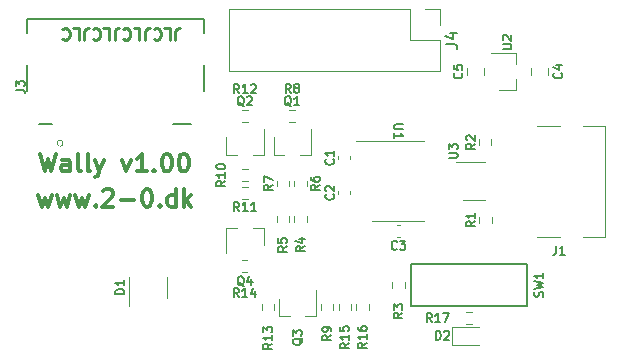
<source format=gbr>
%TF.GenerationSoftware,KiCad,Pcbnew,5.1.9-73d0e3b20d~88~ubuntu20.04.1*%
%TF.CreationDate,2021-04-10T19:31:35+02:00*%
%TF.ProjectId,wally,77616c6c-792e-46b6-9963-61645f706362,v1.00*%
%TF.SameCoordinates,Original*%
%TF.FileFunction,Legend,Top*%
%TF.FilePolarity,Positive*%
%FSLAX46Y46*%
G04 Gerber Fmt 4.6, Leading zero omitted, Abs format (unit mm)*
G04 Created by KiCad (PCBNEW 5.1.9-73d0e3b20d~88~ubuntu20.04.1) date 2021-04-10 19:31:35*
%MOMM*%
%LPD*%
G01*
G04 APERTURE LIST*
%ADD10C,0.250000*%
%ADD11C,0.300000*%
%ADD12C,0.120000*%
%ADD13C,0.127000*%
%ADD14C,0.100000*%
%ADD15C,0.150000*%
G04 APERTURE END LIST*
D10*
X139119047Y-88047619D02*
X139119047Y-87333333D01*
X139166666Y-87190476D01*
X139261904Y-87095238D01*
X139404761Y-87047619D01*
X139500000Y-87047619D01*
X138166666Y-87047619D02*
X138642857Y-87047619D01*
X138642857Y-88047619D01*
X137261904Y-87142857D02*
X137309523Y-87095238D01*
X137452380Y-87047619D01*
X137547619Y-87047619D01*
X137690476Y-87095238D01*
X137785714Y-87190476D01*
X137833333Y-87285714D01*
X137880952Y-87476190D01*
X137880952Y-87619047D01*
X137833333Y-87809523D01*
X137785714Y-87904761D01*
X137690476Y-88000000D01*
X137547619Y-88047619D01*
X137452380Y-88047619D01*
X137309523Y-88000000D01*
X137261904Y-87952380D01*
X136547619Y-88047619D02*
X136547619Y-87333333D01*
X136595238Y-87190476D01*
X136690476Y-87095238D01*
X136833333Y-87047619D01*
X136928571Y-87047619D01*
X135595238Y-87047619D02*
X136071428Y-87047619D01*
X136071428Y-88047619D01*
X134690476Y-87142857D02*
X134738095Y-87095238D01*
X134880952Y-87047619D01*
X134976190Y-87047619D01*
X135119047Y-87095238D01*
X135214285Y-87190476D01*
X135261904Y-87285714D01*
X135309523Y-87476190D01*
X135309523Y-87619047D01*
X135261904Y-87809523D01*
X135214285Y-87904761D01*
X135119047Y-88000000D01*
X134976190Y-88047619D01*
X134880952Y-88047619D01*
X134738095Y-88000000D01*
X134690476Y-87952380D01*
X133976190Y-88047619D02*
X133976190Y-87333333D01*
X134023809Y-87190476D01*
X134119047Y-87095238D01*
X134261904Y-87047619D01*
X134357142Y-87047619D01*
X133023809Y-87047619D02*
X133500000Y-87047619D01*
X133500000Y-88047619D01*
X132119047Y-87142857D02*
X132166666Y-87095238D01*
X132309523Y-87047619D01*
X132404761Y-87047619D01*
X132547619Y-87095238D01*
X132642857Y-87190476D01*
X132690476Y-87285714D01*
X132738095Y-87476190D01*
X132738095Y-87619047D01*
X132690476Y-87809523D01*
X132642857Y-87904761D01*
X132547619Y-88000000D01*
X132404761Y-88047619D01*
X132309523Y-88047619D01*
X132166666Y-88000000D01*
X132119047Y-87952380D01*
X131404761Y-88047619D02*
X131404761Y-87333333D01*
X131452380Y-87190476D01*
X131547619Y-87095238D01*
X131690476Y-87047619D01*
X131785714Y-87047619D01*
X130452380Y-87047619D02*
X130928571Y-87047619D01*
X130928571Y-88047619D01*
X129547619Y-87142857D02*
X129595238Y-87095238D01*
X129738095Y-87047619D01*
X129833333Y-87047619D01*
X129976190Y-87095238D01*
X130071428Y-87190476D01*
X130119047Y-87285714D01*
X130166666Y-87476190D01*
X130166666Y-87619047D01*
X130119047Y-87809523D01*
X130071428Y-87904761D01*
X129976190Y-88000000D01*
X129833333Y-88047619D01*
X129738095Y-88047619D01*
X129595238Y-88000000D01*
X129547619Y-87952380D01*
D11*
X127500000Y-101178571D02*
X127785714Y-102178571D01*
X128071428Y-101464285D01*
X128357142Y-102178571D01*
X128642857Y-101178571D01*
X129071428Y-101178571D02*
X129357142Y-102178571D01*
X129642857Y-101464285D01*
X129928571Y-102178571D01*
X130214285Y-101178571D01*
X130642857Y-101178571D02*
X130928571Y-102178571D01*
X131214285Y-101464285D01*
X131500000Y-102178571D01*
X131785714Y-101178571D01*
X132357142Y-102035714D02*
X132428571Y-102107142D01*
X132357142Y-102178571D01*
X132285714Y-102107142D01*
X132357142Y-102035714D01*
X132357142Y-102178571D01*
X133000000Y-100821428D02*
X133071428Y-100750000D01*
X133214285Y-100678571D01*
X133571428Y-100678571D01*
X133714285Y-100750000D01*
X133785714Y-100821428D01*
X133857142Y-100964285D01*
X133857142Y-101107142D01*
X133785714Y-101321428D01*
X132928571Y-102178571D01*
X133857142Y-102178571D01*
X134500000Y-101607142D02*
X135642857Y-101607142D01*
X136642857Y-100678571D02*
X136785714Y-100678571D01*
X136928571Y-100750000D01*
X137000000Y-100821428D01*
X137071428Y-100964285D01*
X137142857Y-101250000D01*
X137142857Y-101607142D01*
X137071428Y-101892857D01*
X137000000Y-102035714D01*
X136928571Y-102107142D01*
X136785714Y-102178571D01*
X136642857Y-102178571D01*
X136500000Y-102107142D01*
X136428571Y-102035714D01*
X136357142Y-101892857D01*
X136285714Y-101607142D01*
X136285714Y-101250000D01*
X136357142Y-100964285D01*
X136428571Y-100821428D01*
X136500000Y-100750000D01*
X136642857Y-100678571D01*
X137785714Y-102035714D02*
X137857142Y-102107142D01*
X137785714Y-102178571D01*
X137714285Y-102107142D01*
X137785714Y-102035714D01*
X137785714Y-102178571D01*
X139142857Y-102178571D02*
X139142857Y-100678571D01*
X139142857Y-102107142D02*
X139000000Y-102178571D01*
X138714285Y-102178571D01*
X138571428Y-102107142D01*
X138500000Y-102035714D01*
X138428571Y-101892857D01*
X138428571Y-101464285D01*
X138500000Y-101321428D01*
X138571428Y-101250000D01*
X138714285Y-101178571D01*
X139000000Y-101178571D01*
X139142857Y-101250000D01*
X139857142Y-102178571D02*
X139857142Y-100678571D01*
X140000000Y-101607142D02*
X140428571Y-102178571D01*
X140428571Y-101178571D02*
X139857142Y-101750000D01*
X127678571Y-97678571D02*
X128035714Y-99178571D01*
X128321428Y-98107142D01*
X128607142Y-99178571D01*
X128964285Y-97678571D01*
X130178571Y-99178571D02*
X130178571Y-98392857D01*
X130107142Y-98250000D01*
X129964285Y-98178571D01*
X129678571Y-98178571D01*
X129535714Y-98250000D01*
X130178571Y-99107142D02*
X130035714Y-99178571D01*
X129678571Y-99178571D01*
X129535714Y-99107142D01*
X129464285Y-98964285D01*
X129464285Y-98821428D01*
X129535714Y-98678571D01*
X129678571Y-98607142D01*
X130035714Y-98607142D01*
X130178571Y-98535714D01*
X131107142Y-99178571D02*
X130964285Y-99107142D01*
X130892857Y-98964285D01*
X130892857Y-97678571D01*
X131892857Y-99178571D02*
X131750000Y-99107142D01*
X131678571Y-98964285D01*
X131678571Y-97678571D01*
X132321428Y-98178571D02*
X132678571Y-99178571D01*
X133035714Y-98178571D02*
X132678571Y-99178571D01*
X132535714Y-99535714D01*
X132464285Y-99607142D01*
X132321428Y-99678571D01*
X134607142Y-98178571D02*
X134964285Y-99178571D01*
X135321428Y-98178571D01*
X136678571Y-99178571D02*
X135821428Y-99178571D01*
X136250000Y-99178571D02*
X136250000Y-97678571D01*
X136107142Y-97892857D01*
X135964285Y-98035714D01*
X135821428Y-98107142D01*
X137321428Y-99035714D02*
X137392857Y-99107142D01*
X137321428Y-99178571D01*
X137250000Y-99107142D01*
X137321428Y-99035714D01*
X137321428Y-99178571D01*
X138321428Y-97678571D02*
X138464285Y-97678571D01*
X138607142Y-97750000D01*
X138678571Y-97821428D01*
X138750000Y-97964285D01*
X138821428Y-98250000D01*
X138821428Y-98607142D01*
X138750000Y-98892857D01*
X138678571Y-99035714D01*
X138607142Y-99107142D01*
X138464285Y-99178571D01*
X138321428Y-99178571D01*
X138178571Y-99107142D01*
X138107142Y-99035714D01*
X138035714Y-98892857D01*
X137964285Y-98607142D01*
X137964285Y-98250000D01*
X138035714Y-97964285D01*
X138107142Y-97821428D01*
X138178571Y-97750000D01*
X138321428Y-97678571D01*
X139750000Y-97678571D02*
X139892857Y-97678571D01*
X140035714Y-97750000D01*
X140107142Y-97821428D01*
X140178571Y-97964285D01*
X140250000Y-98250000D01*
X140250000Y-98607142D01*
X140178571Y-98892857D01*
X140107142Y-99035714D01*
X140035714Y-99107142D01*
X139892857Y-99178571D01*
X139750000Y-99178571D01*
X139607142Y-99107142D01*
X139535714Y-99035714D01*
X139464285Y-98892857D01*
X139392857Y-98607142D01*
X139392857Y-98250000D01*
X139464285Y-97964285D01*
X139535714Y-97821428D01*
X139607142Y-97750000D01*
X139750000Y-97678571D01*
D12*
%TO.C,U3*%
X165300000Y-98390000D02*
X162850000Y-98390000D01*
X163500000Y-101610000D02*
X165300000Y-101610000D01*
%TO.C,J1*%
X175500000Y-104700000D02*
X175500000Y-95300000D01*
X169700000Y-95300000D02*
X171700000Y-95300000D01*
X173600000Y-95300000D02*
X175500000Y-95300000D01*
X169700000Y-104700000D02*
X171700000Y-104700000D01*
X173600000Y-104700000D02*
X175500000Y-104700000D01*
D13*
%TO.C,J3*%
X140425000Y-95150000D02*
X138925000Y-95150000D01*
X128625000Y-95150000D02*
X127525000Y-95150000D01*
X126575000Y-92380000D02*
X126575000Y-90190000D01*
X126575000Y-87480000D02*
X126575000Y-86250000D01*
X126575000Y-86250000D02*
X141575000Y-86250000D01*
X141575000Y-86250000D02*
X141575000Y-87480000D01*
X141575000Y-90190000D02*
X141575000Y-92380000D01*
D14*
X129599000Y-96790000D02*
G75*
G03*
X129599000Y-96790000I-254000J0D01*
G01*
D12*
%TO.C,C2*%
X153900000Y-101120580D02*
X153900000Y-100839420D01*
X152880000Y-101120580D02*
X152880000Y-100839420D01*
%TO.C,C1*%
X153900000Y-97839420D02*
X153900000Y-98120580D01*
X152880000Y-97839420D02*
X152880000Y-98120580D01*
%TO.C,R3*%
X158522500Y-108562742D02*
X158522500Y-109037258D01*
X157477500Y-108562742D02*
X157477500Y-109037258D01*
%TO.C,R8*%
X148762742Y-95022500D02*
X149237258Y-95022500D01*
X148762742Y-93977500D02*
X149237258Y-93977500D01*
%TO.C,R14*%
X144727742Y-107722500D02*
X145202258Y-107722500D01*
X144727742Y-106677500D02*
X145202258Y-106677500D01*
%TO.C,Q4*%
X146580000Y-103940000D02*
X146580000Y-105400000D01*
X143420000Y-103940000D02*
X143420000Y-106100000D01*
X143420000Y-103940000D02*
X144350000Y-103940000D01*
X146580000Y-103940000D02*
X145650000Y-103940000D01*
%TO.C,Q3*%
X147880000Y-111410000D02*
X148810000Y-111410000D01*
X151040000Y-111410000D02*
X150110000Y-111410000D01*
X151040000Y-111410000D02*
X151040000Y-109250000D01*
X147880000Y-111410000D02*
X147880000Y-109950000D01*
%TO.C,C3*%
X157859420Y-103740000D02*
X158140580Y-103740000D01*
X157859420Y-104760000D02*
X158140580Y-104760000D01*
%TO.C,C4*%
X170665000Y-90458748D02*
X170665000Y-90981252D01*
X169195000Y-90458748D02*
X169195000Y-90981252D01*
%TO.C,C5*%
X165265000Y-90981252D02*
X165265000Y-90458748D01*
X163795000Y-90981252D02*
X163795000Y-90458748D01*
%TO.C,Q1*%
X147420000Y-97760000D02*
X148350000Y-97760000D01*
X150580000Y-97760000D02*
X149650000Y-97760000D01*
X150580000Y-97760000D02*
X150580000Y-95600000D01*
X147420000Y-97760000D02*
X147420000Y-96300000D01*
%TO.C,Q2*%
X143420000Y-97760000D02*
X143420000Y-96300000D01*
X146580000Y-97760000D02*
X146580000Y-95600000D01*
X146580000Y-97760000D02*
X145650000Y-97760000D01*
X143420000Y-97760000D02*
X144350000Y-97760000D01*
%TO.C,R1*%
X165882500Y-103527258D02*
X165882500Y-103052742D01*
X164837500Y-103527258D02*
X164837500Y-103052742D01*
%TO.C,R2*%
X165872500Y-96462742D02*
X165872500Y-96937258D01*
X164827500Y-96462742D02*
X164827500Y-96937258D01*
%TO.C,R4*%
X150222500Y-102962742D02*
X150222500Y-103437258D01*
X149177500Y-102962742D02*
X149177500Y-103437258D01*
%TO.C,R5*%
X148722500Y-102962742D02*
X148722500Y-103437258D01*
X147677500Y-102962742D02*
X147677500Y-103437258D01*
%TO.C,R6*%
X149177500Y-99962742D02*
X149177500Y-100437258D01*
X150222500Y-99962742D02*
X150222500Y-100437258D01*
%TO.C,R7*%
X147677500Y-99962742D02*
X147677500Y-100437258D01*
X148722500Y-99962742D02*
X148722500Y-100437258D01*
%TO.C,R9*%
X151437500Y-110887258D02*
X151437500Y-110412742D01*
X152482500Y-110887258D02*
X152482500Y-110412742D01*
%TO.C,R10*%
X144762742Y-98977500D02*
X145237258Y-98977500D01*
X144762742Y-100022500D02*
X145237258Y-100022500D01*
%TO.C,R11*%
X145237258Y-101522500D02*
X144762742Y-101522500D01*
X145237258Y-100477500D02*
X144762742Y-100477500D01*
%TO.C,R12*%
X144762742Y-95022500D02*
X145237258Y-95022500D01*
X144762742Y-93977500D02*
X145237258Y-93977500D01*
%TO.C,R13*%
X146437500Y-110412742D02*
X146437500Y-110887258D01*
X147482500Y-110412742D02*
X147482500Y-110887258D01*
%TO.C,R15*%
X152937500Y-110412742D02*
X152937500Y-110887258D01*
X153982500Y-110412742D02*
X153982500Y-110887258D01*
%TO.C,R16*%
X154437500Y-110887258D02*
X154437500Y-110412742D01*
X155482500Y-110887258D02*
X155482500Y-110412742D01*
%TO.C,U1*%
X158000000Y-103385000D02*
X160200000Y-103385000D01*
X158000000Y-103385000D02*
X155800000Y-103385000D01*
X158000000Y-96615000D02*
X160200000Y-96615000D01*
X158000000Y-96615000D02*
X154400000Y-96615000D01*
%TO.C,U2*%
X167990000Y-92300000D02*
X167990000Y-91370000D01*
X167990000Y-89140000D02*
X167990000Y-90070000D01*
X167990000Y-89140000D02*
X165830000Y-89140000D01*
X167990000Y-92300000D02*
X166530000Y-92300000D01*
%TO.C,D1*%
X135215000Y-108100000D02*
X135215000Y-110550000D01*
X138435000Y-109900000D02*
X138435000Y-108100000D01*
%TO.C,D2*%
X162495000Y-113835000D02*
X164780000Y-113835000D01*
X162495000Y-112365000D02*
X162495000Y-113835000D01*
X164780000Y-112365000D02*
X162495000Y-112365000D01*
%TO.C,R17*%
X164217258Y-111067500D02*
X163742742Y-111067500D01*
X164217258Y-112112500D02*
X163742742Y-112112500D01*
D15*
%TO.C,SW1*%
X159100000Y-107000000D02*
X168900000Y-107000000D01*
X168900000Y-110600000D02*
X159100000Y-110600000D01*
X168900000Y-107000000D02*
X168900000Y-110600000D01*
X159100000Y-110600000D02*
X159100000Y-107000000D01*
D12*
%TO.C,J4*%
X161538000Y-85470000D02*
X161538000Y-86800000D01*
X160208000Y-85470000D02*
X161538000Y-85470000D01*
X161538000Y-88070000D02*
X161538000Y-90670000D01*
X158938000Y-88070000D02*
X161538000Y-88070000D01*
X158938000Y-85470000D02*
X158938000Y-88070000D01*
X161538000Y-90670000D02*
X143638000Y-90670000D01*
X158938000Y-85470000D02*
X143638000Y-85470000D01*
X143638000Y-85470000D02*
X143638000Y-90670000D01*
%TO.C,U3*%
D15*
X162279285Y-98031428D02*
X162886428Y-98031428D01*
X162957857Y-97995714D01*
X162993571Y-97960000D01*
X163029285Y-97888571D01*
X163029285Y-97745714D01*
X162993571Y-97674285D01*
X162957857Y-97638571D01*
X162886428Y-97602857D01*
X162279285Y-97602857D01*
X162279285Y-97317142D02*
X162279285Y-96852857D01*
X162565000Y-97102857D01*
X162565000Y-96995714D01*
X162600714Y-96924285D01*
X162636428Y-96888571D01*
X162707857Y-96852857D01*
X162886428Y-96852857D01*
X162957857Y-96888571D01*
X162993571Y-96924285D01*
X163029285Y-96995714D01*
X163029285Y-97210000D01*
X162993571Y-97281428D01*
X162957857Y-97317142D01*
%TO.C,J1*%
X171350000Y-105469285D02*
X171350000Y-106005000D01*
X171314285Y-106112142D01*
X171242857Y-106183571D01*
X171135714Y-106219285D01*
X171064285Y-106219285D01*
X172100000Y-106219285D02*
X171671428Y-106219285D01*
X171885714Y-106219285D02*
X171885714Y-105469285D01*
X171814285Y-105576428D01*
X171742857Y-105647857D01*
X171671428Y-105683571D01*
%TO.C,J3*%
X125589285Y-92250000D02*
X126125000Y-92250000D01*
X126232142Y-92285714D01*
X126303571Y-92357142D01*
X126339285Y-92464285D01*
X126339285Y-92535714D01*
X125589285Y-91964285D02*
X125589285Y-91500000D01*
X125875000Y-91750000D01*
X125875000Y-91642857D01*
X125910714Y-91571428D01*
X125946428Y-91535714D01*
X126017857Y-91500000D01*
X126196428Y-91500000D01*
X126267857Y-91535714D01*
X126303571Y-91571428D01*
X126339285Y-91642857D01*
X126339285Y-91857142D01*
X126303571Y-91928571D01*
X126267857Y-91964285D01*
%TO.C,C2*%
X152477857Y-101115000D02*
X152513571Y-101150714D01*
X152549285Y-101257857D01*
X152549285Y-101329285D01*
X152513571Y-101436428D01*
X152442142Y-101507857D01*
X152370714Y-101543571D01*
X152227857Y-101579285D01*
X152120714Y-101579285D01*
X151977857Y-101543571D01*
X151906428Y-101507857D01*
X151835000Y-101436428D01*
X151799285Y-101329285D01*
X151799285Y-101257857D01*
X151835000Y-101150714D01*
X151870714Y-101115000D01*
X151870714Y-100829285D02*
X151835000Y-100793571D01*
X151799285Y-100722142D01*
X151799285Y-100543571D01*
X151835000Y-100472142D01*
X151870714Y-100436428D01*
X151942142Y-100400714D01*
X152013571Y-100400714D01*
X152120714Y-100436428D01*
X152549285Y-100865000D01*
X152549285Y-100400714D01*
%TO.C,C1*%
X152467857Y-98135000D02*
X152503571Y-98170714D01*
X152539285Y-98277857D01*
X152539285Y-98349285D01*
X152503571Y-98456428D01*
X152432142Y-98527857D01*
X152360714Y-98563571D01*
X152217857Y-98599285D01*
X152110714Y-98599285D01*
X151967857Y-98563571D01*
X151896428Y-98527857D01*
X151825000Y-98456428D01*
X151789285Y-98349285D01*
X151789285Y-98277857D01*
X151825000Y-98170714D01*
X151860714Y-98135000D01*
X152539285Y-97420714D02*
X152539285Y-97849285D01*
X152539285Y-97635000D02*
X151789285Y-97635000D01*
X151896428Y-97706428D01*
X151967857Y-97777857D01*
X152003571Y-97849285D01*
%TO.C,R3*%
X158339285Y-111145000D02*
X157982142Y-111395000D01*
X158339285Y-111573571D02*
X157589285Y-111573571D01*
X157589285Y-111287857D01*
X157625000Y-111216428D01*
X157660714Y-111180714D01*
X157732142Y-111145000D01*
X157839285Y-111145000D01*
X157910714Y-111180714D01*
X157946428Y-111216428D01*
X157982142Y-111287857D01*
X157982142Y-111573571D01*
X157589285Y-110895000D02*
X157589285Y-110430714D01*
X157875000Y-110680714D01*
X157875000Y-110573571D01*
X157910714Y-110502142D01*
X157946428Y-110466428D01*
X158017857Y-110430714D01*
X158196428Y-110430714D01*
X158267857Y-110466428D01*
X158303571Y-110502142D01*
X158339285Y-110573571D01*
X158339285Y-110787857D01*
X158303571Y-110859285D01*
X158267857Y-110895000D01*
%TO.C,R8*%
X148875000Y-92519285D02*
X148625000Y-92162142D01*
X148446428Y-92519285D02*
X148446428Y-91769285D01*
X148732142Y-91769285D01*
X148803571Y-91805000D01*
X148839285Y-91840714D01*
X148875000Y-91912142D01*
X148875000Y-92019285D01*
X148839285Y-92090714D01*
X148803571Y-92126428D01*
X148732142Y-92162142D01*
X148446428Y-92162142D01*
X149303571Y-92090714D02*
X149232142Y-92055000D01*
X149196428Y-92019285D01*
X149160714Y-91947857D01*
X149160714Y-91912142D01*
X149196428Y-91840714D01*
X149232142Y-91805000D01*
X149303571Y-91769285D01*
X149446428Y-91769285D01*
X149517857Y-91805000D01*
X149553571Y-91840714D01*
X149589285Y-91912142D01*
X149589285Y-91947857D01*
X149553571Y-92019285D01*
X149517857Y-92055000D01*
X149446428Y-92090714D01*
X149303571Y-92090714D01*
X149232142Y-92126428D01*
X149196428Y-92162142D01*
X149160714Y-92233571D01*
X149160714Y-92376428D01*
X149196428Y-92447857D01*
X149232142Y-92483571D01*
X149303571Y-92519285D01*
X149446428Y-92519285D01*
X149517857Y-92483571D01*
X149553571Y-92447857D01*
X149589285Y-92376428D01*
X149589285Y-92233571D01*
X149553571Y-92162142D01*
X149517857Y-92126428D01*
X149446428Y-92090714D01*
%TO.C,R14*%
X144497857Y-109819285D02*
X144247857Y-109462142D01*
X144069285Y-109819285D02*
X144069285Y-109069285D01*
X144355000Y-109069285D01*
X144426428Y-109105000D01*
X144462142Y-109140714D01*
X144497857Y-109212142D01*
X144497857Y-109319285D01*
X144462142Y-109390714D01*
X144426428Y-109426428D01*
X144355000Y-109462142D01*
X144069285Y-109462142D01*
X145212142Y-109819285D02*
X144783571Y-109819285D01*
X144997857Y-109819285D02*
X144997857Y-109069285D01*
X144926428Y-109176428D01*
X144855000Y-109247857D01*
X144783571Y-109283571D01*
X145855000Y-109319285D02*
X145855000Y-109819285D01*
X145676428Y-109033571D02*
X145497857Y-109569285D01*
X145962142Y-109569285D01*
%TO.C,Q4*%
X144928571Y-108880714D02*
X144857142Y-108845000D01*
X144785714Y-108773571D01*
X144678571Y-108666428D01*
X144607142Y-108630714D01*
X144535714Y-108630714D01*
X144571428Y-108809285D02*
X144500000Y-108773571D01*
X144428571Y-108702142D01*
X144392857Y-108559285D01*
X144392857Y-108309285D01*
X144428571Y-108166428D01*
X144500000Y-108095000D01*
X144571428Y-108059285D01*
X144714285Y-108059285D01*
X144785714Y-108095000D01*
X144857142Y-108166428D01*
X144892857Y-108309285D01*
X144892857Y-108559285D01*
X144857142Y-108702142D01*
X144785714Y-108773571D01*
X144714285Y-108809285D01*
X144571428Y-108809285D01*
X145535714Y-108309285D02*
X145535714Y-108809285D01*
X145357142Y-108023571D02*
X145178571Y-108559285D01*
X145642857Y-108559285D01*
%TO.C,Q3*%
X149870714Y-113301428D02*
X149835000Y-113372857D01*
X149763571Y-113444285D01*
X149656428Y-113551428D01*
X149620714Y-113622857D01*
X149620714Y-113694285D01*
X149799285Y-113658571D02*
X149763571Y-113730000D01*
X149692142Y-113801428D01*
X149549285Y-113837142D01*
X149299285Y-113837142D01*
X149156428Y-113801428D01*
X149085000Y-113730000D01*
X149049285Y-113658571D01*
X149049285Y-113515714D01*
X149085000Y-113444285D01*
X149156428Y-113372857D01*
X149299285Y-113337142D01*
X149549285Y-113337142D01*
X149692142Y-113372857D01*
X149763571Y-113444285D01*
X149799285Y-113515714D01*
X149799285Y-113658571D01*
X149049285Y-113087142D02*
X149049285Y-112622857D01*
X149335000Y-112872857D01*
X149335000Y-112765714D01*
X149370714Y-112694285D01*
X149406428Y-112658571D01*
X149477857Y-112622857D01*
X149656428Y-112622857D01*
X149727857Y-112658571D01*
X149763571Y-112694285D01*
X149799285Y-112765714D01*
X149799285Y-112980000D01*
X149763571Y-113051428D01*
X149727857Y-113087142D01*
%TO.C,C3*%
X157875000Y-105747857D02*
X157839285Y-105783571D01*
X157732142Y-105819285D01*
X157660714Y-105819285D01*
X157553571Y-105783571D01*
X157482142Y-105712142D01*
X157446428Y-105640714D01*
X157410714Y-105497857D01*
X157410714Y-105390714D01*
X157446428Y-105247857D01*
X157482142Y-105176428D01*
X157553571Y-105105000D01*
X157660714Y-105069285D01*
X157732142Y-105069285D01*
X157839285Y-105105000D01*
X157875000Y-105140714D01*
X158125000Y-105069285D02*
X158589285Y-105069285D01*
X158339285Y-105355000D01*
X158446428Y-105355000D01*
X158517857Y-105390714D01*
X158553571Y-105426428D01*
X158589285Y-105497857D01*
X158589285Y-105676428D01*
X158553571Y-105747857D01*
X158517857Y-105783571D01*
X158446428Y-105819285D01*
X158232142Y-105819285D01*
X158160714Y-105783571D01*
X158125000Y-105747857D01*
%TO.C,C4*%
X171787857Y-90845000D02*
X171823571Y-90880714D01*
X171859285Y-90987857D01*
X171859285Y-91059285D01*
X171823571Y-91166428D01*
X171752142Y-91237857D01*
X171680714Y-91273571D01*
X171537857Y-91309285D01*
X171430714Y-91309285D01*
X171287857Y-91273571D01*
X171216428Y-91237857D01*
X171145000Y-91166428D01*
X171109285Y-91059285D01*
X171109285Y-90987857D01*
X171145000Y-90880714D01*
X171180714Y-90845000D01*
X171359285Y-90202142D02*
X171859285Y-90202142D01*
X171073571Y-90380714D02*
X171609285Y-90559285D01*
X171609285Y-90095000D01*
%TO.C,C5*%
X163347857Y-90845000D02*
X163383571Y-90880714D01*
X163419285Y-90987857D01*
X163419285Y-91059285D01*
X163383571Y-91166428D01*
X163312142Y-91237857D01*
X163240714Y-91273571D01*
X163097857Y-91309285D01*
X162990714Y-91309285D01*
X162847857Y-91273571D01*
X162776428Y-91237857D01*
X162705000Y-91166428D01*
X162669285Y-91059285D01*
X162669285Y-90987857D01*
X162705000Y-90880714D01*
X162740714Y-90845000D01*
X162669285Y-90166428D02*
X162669285Y-90523571D01*
X163026428Y-90559285D01*
X162990714Y-90523571D01*
X162955000Y-90452142D01*
X162955000Y-90273571D01*
X162990714Y-90202142D01*
X163026428Y-90166428D01*
X163097857Y-90130714D01*
X163276428Y-90130714D01*
X163347857Y-90166428D01*
X163383571Y-90202142D01*
X163419285Y-90273571D01*
X163419285Y-90452142D01*
X163383571Y-90523571D01*
X163347857Y-90559285D01*
%TO.C,Q1*%
X148928571Y-93640714D02*
X148857142Y-93605000D01*
X148785714Y-93533571D01*
X148678571Y-93426428D01*
X148607142Y-93390714D01*
X148535714Y-93390714D01*
X148571428Y-93569285D02*
X148500000Y-93533571D01*
X148428571Y-93462142D01*
X148392857Y-93319285D01*
X148392857Y-93069285D01*
X148428571Y-92926428D01*
X148500000Y-92855000D01*
X148571428Y-92819285D01*
X148714285Y-92819285D01*
X148785714Y-92855000D01*
X148857142Y-92926428D01*
X148892857Y-93069285D01*
X148892857Y-93319285D01*
X148857142Y-93462142D01*
X148785714Y-93533571D01*
X148714285Y-93569285D01*
X148571428Y-93569285D01*
X149607142Y-93569285D02*
X149178571Y-93569285D01*
X149392857Y-93569285D02*
X149392857Y-92819285D01*
X149321428Y-92926428D01*
X149250000Y-92997857D01*
X149178571Y-93033571D01*
%TO.C,Q2*%
X144928571Y-93640714D02*
X144857142Y-93605000D01*
X144785714Y-93533571D01*
X144678571Y-93426428D01*
X144607142Y-93390714D01*
X144535714Y-93390714D01*
X144571428Y-93569285D02*
X144500000Y-93533571D01*
X144428571Y-93462142D01*
X144392857Y-93319285D01*
X144392857Y-93069285D01*
X144428571Y-92926428D01*
X144500000Y-92855000D01*
X144571428Y-92819285D01*
X144714285Y-92819285D01*
X144785714Y-92855000D01*
X144857142Y-92926428D01*
X144892857Y-93069285D01*
X144892857Y-93319285D01*
X144857142Y-93462142D01*
X144785714Y-93533571D01*
X144714285Y-93569285D01*
X144571428Y-93569285D01*
X145178571Y-92890714D02*
X145214285Y-92855000D01*
X145285714Y-92819285D01*
X145464285Y-92819285D01*
X145535714Y-92855000D01*
X145571428Y-92890714D01*
X145607142Y-92962142D01*
X145607142Y-93033571D01*
X145571428Y-93140714D01*
X145142857Y-93569285D01*
X145607142Y-93569285D01*
%TO.C,R1*%
X164499285Y-103415000D02*
X164142142Y-103665000D01*
X164499285Y-103843571D02*
X163749285Y-103843571D01*
X163749285Y-103557857D01*
X163785000Y-103486428D01*
X163820714Y-103450714D01*
X163892142Y-103415000D01*
X163999285Y-103415000D01*
X164070714Y-103450714D01*
X164106428Y-103486428D01*
X164142142Y-103557857D01*
X164142142Y-103843571D01*
X164499285Y-102700714D02*
X164499285Y-103129285D01*
X164499285Y-102915000D02*
X163749285Y-102915000D01*
X163856428Y-102986428D01*
X163927857Y-103057857D01*
X163963571Y-103129285D01*
%TO.C,R2*%
X164489285Y-96825000D02*
X164132142Y-97075000D01*
X164489285Y-97253571D02*
X163739285Y-97253571D01*
X163739285Y-96967857D01*
X163775000Y-96896428D01*
X163810714Y-96860714D01*
X163882142Y-96825000D01*
X163989285Y-96825000D01*
X164060714Y-96860714D01*
X164096428Y-96896428D01*
X164132142Y-96967857D01*
X164132142Y-97253571D01*
X163810714Y-96539285D02*
X163775000Y-96503571D01*
X163739285Y-96432142D01*
X163739285Y-96253571D01*
X163775000Y-96182142D01*
X163810714Y-96146428D01*
X163882142Y-96110714D01*
X163953571Y-96110714D01*
X164060714Y-96146428D01*
X164489285Y-96575000D01*
X164489285Y-96110714D01*
%TO.C,R4*%
X150049285Y-105505000D02*
X149692142Y-105755000D01*
X150049285Y-105933571D02*
X149299285Y-105933571D01*
X149299285Y-105647857D01*
X149335000Y-105576428D01*
X149370714Y-105540714D01*
X149442142Y-105505000D01*
X149549285Y-105505000D01*
X149620714Y-105540714D01*
X149656428Y-105576428D01*
X149692142Y-105647857D01*
X149692142Y-105933571D01*
X149549285Y-104862142D02*
X150049285Y-104862142D01*
X149263571Y-105040714D02*
X149799285Y-105219285D01*
X149799285Y-104755000D01*
%TO.C,R5*%
X148539285Y-105535000D02*
X148182142Y-105785000D01*
X148539285Y-105963571D02*
X147789285Y-105963571D01*
X147789285Y-105677857D01*
X147825000Y-105606428D01*
X147860714Y-105570714D01*
X147932142Y-105535000D01*
X148039285Y-105535000D01*
X148110714Y-105570714D01*
X148146428Y-105606428D01*
X148182142Y-105677857D01*
X148182142Y-105963571D01*
X147789285Y-104856428D02*
X147789285Y-105213571D01*
X148146428Y-105249285D01*
X148110714Y-105213571D01*
X148075000Y-105142142D01*
X148075000Y-104963571D01*
X148110714Y-104892142D01*
X148146428Y-104856428D01*
X148217857Y-104820714D01*
X148396428Y-104820714D01*
X148467857Y-104856428D01*
X148503571Y-104892142D01*
X148539285Y-104963571D01*
X148539285Y-105142142D01*
X148503571Y-105213571D01*
X148467857Y-105249285D01*
%TO.C,R6*%
X151319285Y-100325000D02*
X150962142Y-100575000D01*
X151319285Y-100753571D02*
X150569285Y-100753571D01*
X150569285Y-100467857D01*
X150605000Y-100396428D01*
X150640714Y-100360714D01*
X150712142Y-100325000D01*
X150819285Y-100325000D01*
X150890714Y-100360714D01*
X150926428Y-100396428D01*
X150962142Y-100467857D01*
X150962142Y-100753571D01*
X150569285Y-99682142D02*
X150569285Y-99825000D01*
X150605000Y-99896428D01*
X150640714Y-99932142D01*
X150747857Y-100003571D01*
X150890714Y-100039285D01*
X151176428Y-100039285D01*
X151247857Y-100003571D01*
X151283571Y-99967857D01*
X151319285Y-99896428D01*
X151319285Y-99753571D01*
X151283571Y-99682142D01*
X151247857Y-99646428D01*
X151176428Y-99610714D01*
X150997857Y-99610714D01*
X150926428Y-99646428D01*
X150890714Y-99682142D01*
X150855000Y-99753571D01*
X150855000Y-99896428D01*
X150890714Y-99967857D01*
X150926428Y-100003571D01*
X150997857Y-100039285D01*
%TO.C,R7*%
X147339285Y-100305000D02*
X146982142Y-100555000D01*
X147339285Y-100733571D02*
X146589285Y-100733571D01*
X146589285Y-100447857D01*
X146625000Y-100376428D01*
X146660714Y-100340714D01*
X146732142Y-100305000D01*
X146839285Y-100305000D01*
X146910714Y-100340714D01*
X146946428Y-100376428D01*
X146982142Y-100447857D01*
X146982142Y-100733571D01*
X146589285Y-100055000D02*
X146589285Y-99555000D01*
X147339285Y-99876428D01*
%TO.C,R9*%
X152309285Y-113045000D02*
X151952142Y-113295000D01*
X152309285Y-113473571D02*
X151559285Y-113473571D01*
X151559285Y-113187857D01*
X151595000Y-113116428D01*
X151630714Y-113080714D01*
X151702142Y-113045000D01*
X151809285Y-113045000D01*
X151880714Y-113080714D01*
X151916428Y-113116428D01*
X151952142Y-113187857D01*
X151952142Y-113473571D01*
X152309285Y-112687857D02*
X152309285Y-112545000D01*
X152273571Y-112473571D01*
X152237857Y-112437857D01*
X152130714Y-112366428D01*
X151987857Y-112330714D01*
X151702142Y-112330714D01*
X151630714Y-112366428D01*
X151595000Y-112402142D01*
X151559285Y-112473571D01*
X151559285Y-112616428D01*
X151595000Y-112687857D01*
X151630714Y-112723571D01*
X151702142Y-112759285D01*
X151880714Y-112759285D01*
X151952142Y-112723571D01*
X151987857Y-112687857D01*
X152023571Y-112616428D01*
X152023571Y-112473571D01*
X151987857Y-112402142D01*
X151952142Y-112366428D01*
X151880714Y-112330714D01*
%TO.C,R10*%
X143339285Y-99982142D02*
X142982142Y-100232142D01*
X143339285Y-100410714D02*
X142589285Y-100410714D01*
X142589285Y-100125000D01*
X142625000Y-100053571D01*
X142660714Y-100017857D01*
X142732142Y-99982142D01*
X142839285Y-99982142D01*
X142910714Y-100017857D01*
X142946428Y-100053571D01*
X142982142Y-100125000D01*
X142982142Y-100410714D01*
X143339285Y-99267857D02*
X143339285Y-99696428D01*
X143339285Y-99482142D02*
X142589285Y-99482142D01*
X142696428Y-99553571D01*
X142767857Y-99625000D01*
X142803571Y-99696428D01*
X142589285Y-98803571D02*
X142589285Y-98732142D01*
X142625000Y-98660714D01*
X142660714Y-98625000D01*
X142732142Y-98589285D01*
X142875000Y-98553571D01*
X143053571Y-98553571D01*
X143196428Y-98589285D01*
X143267857Y-98625000D01*
X143303571Y-98660714D01*
X143339285Y-98732142D01*
X143339285Y-98803571D01*
X143303571Y-98875000D01*
X143267857Y-98910714D01*
X143196428Y-98946428D01*
X143053571Y-98982142D01*
X142875000Y-98982142D01*
X142732142Y-98946428D01*
X142660714Y-98910714D01*
X142625000Y-98875000D01*
X142589285Y-98803571D01*
%TO.C,R11*%
X144517857Y-102539285D02*
X144267857Y-102182142D01*
X144089285Y-102539285D02*
X144089285Y-101789285D01*
X144375000Y-101789285D01*
X144446428Y-101825000D01*
X144482142Y-101860714D01*
X144517857Y-101932142D01*
X144517857Y-102039285D01*
X144482142Y-102110714D01*
X144446428Y-102146428D01*
X144375000Y-102182142D01*
X144089285Y-102182142D01*
X145232142Y-102539285D02*
X144803571Y-102539285D01*
X145017857Y-102539285D02*
X145017857Y-101789285D01*
X144946428Y-101896428D01*
X144875000Y-101967857D01*
X144803571Y-102003571D01*
X145946428Y-102539285D02*
X145517857Y-102539285D01*
X145732142Y-102539285D02*
X145732142Y-101789285D01*
X145660714Y-101896428D01*
X145589285Y-101967857D01*
X145517857Y-102003571D01*
%TO.C,R12*%
X144517857Y-92539285D02*
X144267857Y-92182142D01*
X144089285Y-92539285D02*
X144089285Y-91789285D01*
X144375000Y-91789285D01*
X144446428Y-91825000D01*
X144482142Y-91860714D01*
X144517857Y-91932142D01*
X144517857Y-92039285D01*
X144482142Y-92110714D01*
X144446428Y-92146428D01*
X144375000Y-92182142D01*
X144089285Y-92182142D01*
X145232142Y-92539285D02*
X144803571Y-92539285D01*
X145017857Y-92539285D02*
X145017857Y-91789285D01*
X144946428Y-91896428D01*
X144875000Y-91967857D01*
X144803571Y-92003571D01*
X145517857Y-91860714D02*
X145553571Y-91825000D01*
X145625000Y-91789285D01*
X145803571Y-91789285D01*
X145875000Y-91825000D01*
X145910714Y-91860714D01*
X145946428Y-91932142D01*
X145946428Y-92003571D01*
X145910714Y-92110714D01*
X145482142Y-92539285D01*
X145946428Y-92539285D01*
%TO.C,R13*%
X147299285Y-113752142D02*
X146942142Y-114002142D01*
X147299285Y-114180714D02*
X146549285Y-114180714D01*
X146549285Y-113895000D01*
X146585000Y-113823571D01*
X146620714Y-113787857D01*
X146692142Y-113752142D01*
X146799285Y-113752142D01*
X146870714Y-113787857D01*
X146906428Y-113823571D01*
X146942142Y-113895000D01*
X146942142Y-114180714D01*
X147299285Y-113037857D02*
X147299285Y-113466428D01*
X147299285Y-113252142D02*
X146549285Y-113252142D01*
X146656428Y-113323571D01*
X146727857Y-113395000D01*
X146763571Y-113466428D01*
X146549285Y-112787857D02*
X146549285Y-112323571D01*
X146835000Y-112573571D01*
X146835000Y-112466428D01*
X146870714Y-112395000D01*
X146906428Y-112359285D01*
X146977857Y-112323571D01*
X147156428Y-112323571D01*
X147227857Y-112359285D01*
X147263571Y-112395000D01*
X147299285Y-112466428D01*
X147299285Y-112680714D01*
X147263571Y-112752142D01*
X147227857Y-112787857D01*
%TO.C,R15*%
X153799285Y-113722142D02*
X153442142Y-113972142D01*
X153799285Y-114150714D02*
X153049285Y-114150714D01*
X153049285Y-113865000D01*
X153085000Y-113793571D01*
X153120714Y-113757857D01*
X153192142Y-113722142D01*
X153299285Y-113722142D01*
X153370714Y-113757857D01*
X153406428Y-113793571D01*
X153442142Y-113865000D01*
X153442142Y-114150714D01*
X153799285Y-113007857D02*
X153799285Y-113436428D01*
X153799285Y-113222142D02*
X153049285Y-113222142D01*
X153156428Y-113293571D01*
X153227857Y-113365000D01*
X153263571Y-113436428D01*
X153049285Y-112329285D02*
X153049285Y-112686428D01*
X153406428Y-112722142D01*
X153370714Y-112686428D01*
X153335000Y-112615000D01*
X153335000Y-112436428D01*
X153370714Y-112365000D01*
X153406428Y-112329285D01*
X153477857Y-112293571D01*
X153656428Y-112293571D01*
X153727857Y-112329285D01*
X153763571Y-112365000D01*
X153799285Y-112436428D01*
X153799285Y-112615000D01*
X153763571Y-112686428D01*
X153727857Y-112722142D01*
%TO.C,R16*%
X155299285Y-113692142D02*
X154942142Y-113942142D01*
X155299285Y-114120714D02*
X154549285Y-114120714D01*
X154549285Y-113835000D01*
X154585000Y-113763571D01*
X154620714Y-113727857D01*
X154692142Y-113692142D01*
X154799285Y-113692142D01*
X154870714Y-113727857D01*
X154906428Y-113763571D01*
X154942142Y-113835000D01*
X154942142Y-114120714D01*
X155299285Y-112977857D02*
X155299285Y-113406428D01*
X155299285Y-113192142D02*
X154549285Y-113192142D01*
X154656428Y-113263571D01*
X154727857Y-113335000D01*
X154763571Y-113406428D01*
X154549285Y-112335000D02*
X154549285Y-112477857D01*
X154585000Y-112549285D01*
X154620714Y-112585000D01*
X154727857Y-112656428D01*
X154870714Y-112692142D01*
X155156428Y-112692142D01*
X155227857Y-112656428D01*
X155263571Y-112620714D01*
X155299285Y-112549285D01*
X155299285Y-112406428D01*
X155263571Y-112335000D01*
X155227857Y-112299285D01*
X155156428Y-112263571D01*
X154977857Y-112263571D01*
X154906428Y-112299285D01*
X154870714Y-112335000D01*
X154835000Y-112406428D01*
X154835000Y-112549285D01*
X154870714Y-112620714D01*
X154906428Y-112656428D01*
X154977857Y-112692142D01*
%TO.C,U1*%
X158400714Y-95188571D02*
X157793571Y-95188571D01*
X157722142Y-95224285D01*
X157686428Y-95260000D01*
X157650714Y-95331428D01*
X157650714Y-95474285D01*
X157686428Y-95545714D01*
X157722142Y-95581428D01*
X157793571Y-95617142D01*
X158400714Y-95617142D01*
X157650714Y-96367142D02*
X157650714Y-95938571D01*
X157650714Y-96152857D02*
X158400714Y-96152857D01*
X158293571Y-96081428D01*
X158222142Y-96010000D01*
X158186428Y-95938571D01*
%TO.C,U2*%
X166819285Y-88811428D02*
X167426428Y-88811428D01*
X167497857Y-88775714D01*
X167533571Y-88740000D01*
X167569285Y-88668571D01*
X167569285Y-88525714D01*
X167533571Y-88454285D01*
X167497857Y-88418571D01*
X167426428Y-88382857D01*
X166819285Y-88382857D01*
X166890714Y-88061428D02*
X166855000Y-88025714D01*
X166819285Y-87954285D01*
X166819285Y-87775714D01*
X166855000Y-87704285D01*
X166890714Y-87668571D01*
X166962142Y-87632857D01*
X167033571Y-87632857D01*
X167140714Y-87668571D01*
X167569285Y-88097142D01*
X167569285Y-87632857D01*
%TO.C,D1*%
X134789285Y-109543571D02*
X134039285Y-109543571D01*
X134039285Y-109365000D01*
X134075000Y-109257857D01*
X134146428Y-109186428D01*
X134217857Y-109150714D01*
X134360714Y-109115000D01*
X134467857Y-109115000D01*
X134610714Y-109150714D01*
X134682142Y-109186428D01*
X134753571Y-109257857D01*
X134789285Y-109365000D01*
X134789285Y-109543571D01*
X134789285Y-108400714D02*
X134789285Y-108829285D01*
X134789285Y-108615000D02*
X134039285Y-108615000D01*
X134146428Y-108686428D01*
X134217857Y-108757857D01*
X134253571Y-108829285D01*
%TO.C,D2*%
X161136428Y-113439285D02*
X161136428Y-112689285D01*
X161315000Y-112689285D01*
X161422142Y-112725000D01*
X161493571Y-112796428D01*
X161529285Y-112867857D01*
X161565000Y-113010714D01*
X161565000Y-113117857D01*
X161529285Y-113260714D01*
X161493571Y-113332142D01*
X161422142Y-113403571D01*
X161315000Y-113439285D01*
X161136428Y-113439285D01*
X161850714Y-112760714D02*
X161886428Y-112725000D01*
X161957857Y-112689285D01*
X162136428Y-112689285D01*
X162207857Y-112725000D01*
X162243571Y-112760714D01*
X162279285Y-112832142D01*
X162279285Y-112903571D01*
X162243571Y-113010714D01*
X161815000Y-113439285D01*
X162279285Y-113439285D01*
%TO.C,R17*%
X160837857Y-111929285D02*
X160587857Y-111572142D01*
X160409285Y-111929285D02*
X160409285Y-111179285D01*
X160695000Y-111179285D01*
X160766428Y-111215000D01*
X160802142Y-111250714D01*
X160837857Y-111322142D01*
X160837857Y-111429285D01*
X160802142Y-111500714D01*
X160766428Y-111536428D01*
X160695000Y-111572142D01*
X160409285Y-111572142D01*
X161552142Y-111929285D02*
X161123571Y-111929285D01*
X161337857Y-111929285D02*
X161337857Y-111179285D01*
X161266428Y-111286428D01*
X161195000Y-111357857D01*
X161123571Y-111393571D01*
X161802142Y-111179285D02*
X162302142Y-111179285D01*
X161980714Y-111929285D01*
%TO.C,SW1*%
X170223571Y-109800000D02*
X170259285Y-109692857D01*
X170259285Y-109514285D01*
X170223571Y-109442857D01*
X170187857Y-109407142D01*
X170116428Y-109371428D01*
X170045000Y-109371428D01*
X169973571Y-109407142D01*
X169937857Y-109442857D01*
X169902142Y-109514285D01*
X169866428Y-109657142D01*
X169830714Y-109728571D01*
X169795000Y-109764285D01*
X169723571Y-109800000D01*
X169652142Y-109800000D01*
X169580714Y-109764285D01*
X169545000Y-109728571D01*
X169509285Y-109657142D01*
X169509285Y-109478571D01*
X169545000Y-109371428D01*
X169509285Y-109121428D02*
X170259285Y-108942857D01*
X169723571Y-108800000D01*
X170259285Y-108657142D01*
X169509285Y-108478571D01*
X170259285Y-107800000D02*
X170259285Y-108228571D01*
X170259285Y-108014285D02*
X169509285Y-108014285D01*
X169616428Y-108085714D01*
X169687857Y-108157142D01*
X169723571Y-108228571D01*
%TO.C,J4*%
X161990380Y-88403333D02*
X162704666Y-88403333D01*
X162847523Y-88450952D01*
X162942761Y-88546190D01*
X162990380Y-88689047D01*
X162990380Y-88784285D01*
X162323714Y-87498571D02*
X162990380Y-87498571D01*
X161942761Y-87736666D02*
X162657047Y-87974761D01*
X162657047Y-87355714D01*
%TD*%
M02*

</source>
